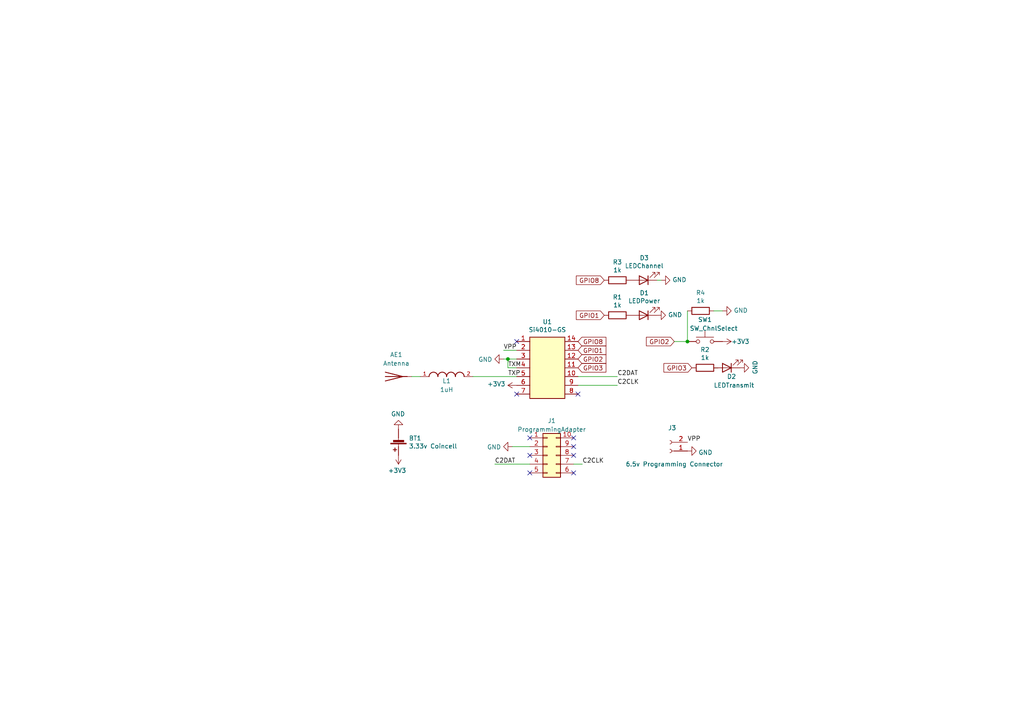
<source format=kicad_sch>
(kicad_sch (version 20211123) (generator eeschema)

  (uuid 87b4533d-84d5-4043-9502-dd873172b48d)

  (paper "A4")

  (lib_symbols
    (symbol "Connector:Conn_01x02_Female" (pin_names (offset 1.016) hide) (in_bom yes) (on_board yes)
      (property "Reference" "J" (id 0) (at 0 2.54 0)
        (effects (font (size 1.27 1.27)))
      )
      (property "Value" "Conn_01x02_Female" (id 1) (at 0 -5.08 0)
        (effects (font (size 1.27 1.27)))
      )
      (property "Footprint" "" (id 2) (at 0 0 0)
        (effects (font (size 1.27 1.27)) hide)
      )
      (property "Datasheet" "~" (id 3) (at 0 0 0)
        (effects (font (size 1.27 1.27)) hide)
      )
      (property "ki_keywords" "connector" (id 4) (at 0 0 0)
        (effects (font (size 1.27 1.27)) hide)
      )
      (property "ki_description" "Generic connector, single row, 01x02, script generated (kicad-library-utils/schlib/autogen/connector/)" (id 5) (at 0 0 0)
        (effects (font (size 1.27 1.27)) hide)
      )
      (property "ki_fp_filters" "Connector*:*_1x??_*" (id 6) (at 0 0 0)
        (effects (font (size 1.27 1.27)) hide)
      )
      (symbol "Conn_01x02_Female_1_1"
        (arc (start 0 -2.032) (mid -0.508 -2.54) (end 0 -3.048)
          (stroke (width 0.1524) (type default) (color 0 0 0 0))
          (fill (type none))
        )
        (polyline
          (pts
            (xy -1.27 -2.54)
            (xy -0.508 -2.54)
          )
          (stroke (width 0.1524) (type default) (color 0 0 0 0))
          (fill (type none))
        )
        (polyline
          (pts
            (xy -1.27 0)
            (xy -0.508 0)
          )
          (stroke (width 0.1524) (type default) (color 0 0 0 0))
          (fill (type none))
        )
        (arc (start 0 0.508) (mid -0.508 0) (end 0 -0.508)
          (stroke (width 0.1524) (type default) (color 0 0 0 0))
          (fill (type none))
        )
        (pin passive line (at -5.08 0 0) (length 3.81)
          (name "Pin_1" (effects (font (size 1.27 1.27))))
          (number "1" (effects (font (size 1.27 1.27))))
        )
        (pin passive line (at -5.08 -2.54 0) (length 3.81)
          (name "Pin_2" (effects (font (size 1.27 1.27))))
          (number "2" (effects (font (size 1.27 1.27))))
        )
      )
    )
    (symbol "Connector_Generic:Conn_02x05_Counter_Clockwise" (pin_names (offset 1.016) hide) (in_bom yes) (on_board yes)
      (property "Reference" "J" (id 0) (at 1.27 7.62 0)
        (effects (font (size 1.27 1.27)))
      )
      (property "Value" "Conn_02x05_Counter_Clockwise" (id 1) (at 1.27 -7.62 0)
        (effects (font (size 1.27 1.27)))
      )
      (property "Footprint" "" (id 2) (at 0 0 0)
        (effects (font (size 1.27 1.27)) hide)
      )
      (property "Datasheet" "~" (id 3) (at 0 0 0)
        (effects (font (size 1.27 1.27)) hide)
      )
      (property "ki_keywords" "connector" (id 4) (at 0 0 0)
        (effects (font (size 1.27 1.27)) hide)
      )
      (property "ki_description" "Generic connector, double row, 02x05, counter clockwise pin numbering scheme (similar to DIP packge numbering), script generated (kicad-library-utils/schlib/autogen/connector/)" (id 5) (at 0 0 0)
        (effects (font (size 1.27 1.27)) hide)
      )
      (property "ki_fp_filters" "Connector*:*_2x??_*" (id 6) (at 0 0 0)
        (effects (font (size 1.27 1.27)) hide)
      )
      (symbol "Conn_02x05_Counter_Clockwise_1_1"
        (rectangle (start -1.27 -4.953) (end 0 -5.207)
          (stroke (width 0.1524) (type default) (color 0 0 0 0))
          (fill (type none))
        )
        (rectangle (start -1.27 -2.413) (end 0 -2.667)
          (stroke (width 0.1524) (type default) (color 0 0 0 0))
          (fill (type none))
        )
        (rectangle (start -1.27 0.127) (end 0 -0.127)
          (stroke (width 0.1524) (type default) (color 0 0 0 0))
          (fill (type none))
        )
        (rectangle (start -1.27 2.667) (end 0 2.413)
          (stroke (width 0.1524) (type default) (color 0 0 0 0))
          (fill (type none))
        )
        (rectangle (start -1.27 5.207) (end 0 4.953)
          (stroke (width 0.1524) (type default) (color 0 0 0 0))
          (fill (type none))
        )
        (rectangle (start -1.27 6.35) (end 3.81 -6.35)
          (stroke (width 0.254) (type default) (color 0 0 0 0))
          (fill (type background))
        )
        (rectangle (start 3.81 -4.953) (end 2.54 -5.207)
          (stroke (width 0.1524) (type default) (color 0 0 0 0))
          (fill (type none))
        )
        (rectangle (start 3.81 -2.413) (end 2.54 -2.667)
          (stroke (width 0.1524) (type default) (color 0 0 0 0))
          (fill (type none))
        )
        (rectangle (start 3.81 0.127) (end 2.54 -0.127)
          (stroke (width 0.1524) (type default) (color 0 0 0 0))
          (fill (type none))
        )
        (rectangle (start 3.81 2.667) (end 2.54 2.413)
          (stroke (width 0.1524) (type default) (color 0 0 0 0))
          (fill (type none))
        )
        (rectangle (start 3.81 5.207) (end 2.54 4.953)
          (stroke (width 0.1524) (type default) (color 0 0 0 0))
          (fill (type none))
        )
        (pin passive line (at -5.08 5.08 0) (length 3.81)
          (name "Pin_1" (effects (font (size 1.27 1.27))))
          (number "1" (effects (font (size 1.27 1.27))))
        )
        (pin passive line (at 7.62 5.08 180) (length 3.81)
          (name "Pin_10" (effects (font (size 1.27 1.27))))
          (number "10" (effects (font (size 1.27 1.27))))
        )
        (pin passive line (at -5.08 2.54 0) (length 3.81)
          (name "Pin_2" (effects (font (size 1.27 1.27))))
          (number "2" (effects (font (size 1.27 1.27))))
        )
        (pin passive line (at -5.08 0 0) (length 3.81)
          (name "Pin_3" (effects (font (size 1.27 1.27))))
          (number "3" (effects (font (size 1.27 1.27))))
        )
        (pin passive line (at -5.08 -2.54 0) (length 3.81)
          (name "Pin_4" (effects (font (size 1.27 1.27))))
          (number "4" (effects (font (size 1.27 1.27))))
        )
        (pin passive line (at -5.08 -5.08 0) (length 3.81)
          (name "Pin_5" (effects (font (size 1.27 1.27))))
          (number "5" (effects (font (size 1.27 1.27))))
        )
        (pin passive line (at 7.62 -5.08 180) (length 3.81)
          (name "Pin_6" (effects (font (size 1.27 1.27))))
          (number "6" (effects (font (size 1.27 1.27))))
        )
        (pin passive line (at 7.62 -2.54 180) (length 3.81)
          (name "Pin_7" (effects (font (size 1.27 1.27))))
          (number "7" (effects (font (size 1.27 1.27))))
        )
        (pin passive line (at 7.62 0 180) (length 3.81)
          (name "Pin_8" (effects (font (size 1.27 1.27))))
          (number "8" (effects (font (size 1.27 1.27))))
        )
        (pin passive line (at 7.62 2.54 180) (length 3.81)
          (name "Pin_9" (effects (font (size 1.27 1.27))))
          (number "9" (effects (font (size 1.27 1.27))))
        )
      )
    )
    (symbol "DFE201610E-1R0M_P2:DFE201610E-1R0M=P2" (pin_names (offset 1.016)) (in_bom yes) (on_board yes)
      (property "Reference" "L" (id 0) (at -7.62 5.08 0)
        (effects (font (size 1.27 1.27)) (justify left bottom))
      )
      (property "Value" "DFE201610E-1R0M=P2" (id 1) (at -7.62 2.54 0)
        (effects (font (size 1.27 1.27)) (justify left bottom))
      )
      (property "Footprint" "INDC2016X100N" (id 2) (at 0 0 0)
        (effects (font (size 1.27 1.27)) (justify bottom) hide)
      )
      (property "Datasheet" "" (id 3) (at 0 0 0)
        (effects (font (size 1.27 1.27)) hide)
      )
      (symbol "DFE201610E-1R0M=P2_0_0"
        (arc (start -2.54 0) (mid -3.81 1.27) (end -5.08 0)
          (stroke (width 0.254) (type default) (color 0 0 0 0))
          (fill (type none))
        )
        (arc (start 0 0) (mid -1.27 1.27) (end -2.54 0)
          (stroke (width 0.254) (type default) (color 0 0 0 0))
          (fill (type none))
        )
        (arc (start 2.54 0) (mid 1.27 1.27) (end 0 0)
          (stroke (width 0.254) (type default) (color 0 0 0 0))
          (fill (type none))
        )
        (arc (start 5.08 0) (mid 3.81 1.27) (end 2.54 0)
          (stroke (width 0.254) (type default) (color 0 0 0 0))
          (fill (type none))
        )
        (pin passive line (at -7.62 0 0) (length 2.54)
          (name "~" (effects (font (size 1.016 1.016))))
          (number "1" (effects (font (size 1.016 1.016))))
        )
        (pin passive line (at 7.62 0 180) (length 2.54)
          (name "~" (effects (font (size 1.016 1.016))))
          (number "2" (effects (font (size 1.016 1.016))))
        )
      )
    )
    (symbol "Device:Antenna" (pin_numbers hide) (pin_names (offset 1.016) hide) (in_bom yes) (on_board yes)
      (property "Reference" "AE" (id 0) (at -1.905 1.905 0)
        (effects (font (size 1.27 1.27)) (justify right))
      )
      (property "Value" "Antenna" (id 1) (at -1.905 0 0)
        (effects (font (size 1.27 1.27)) (justify right))
      )
      (property "Footprint" "" (id 2) (at 0 0 0)
        (effects (font (size 1.27 1.27)) hide)
      )
      (property "Datasheet" "~" (id 3) (at 0 0 0)
        (effects (font (size 1.27 1.27)) hide)
      )
      (property "ki_keywords" "antenna" (id 4) (at 0 0 0)
        (effects (font (size 1.27 1.27)) hide)
      )
      (property "ki_description" "Antenna" (id 5) (at 0 0 0)
        (effects (font (size 1.27 1.27)) hide)
      )
      (symbol "Antenna_0_1"
        (polyline
          (pts
            (xy 0 2.54)
            (xy 0 -3.81)
          )
          (stroke (width 0.254) (type default) (color 0 0 0 0))
          (fill (type none))
        )
        (polyline
          (pts
            (xy 1.27 2.54)
            (xy 0 -2.54)
            (xy -1.27 2.54)
          )
          (stroke (width 0.254) (type default) (color 0 0 0 0))
          (fill (type none))
        )
      )
      (symbol "Antenna_1_1"
        (pin input line (at 0 -5.08 90) (length 2.54)
          (name "A" (effects (font (size 1.27 1.27))))
          (number "1" (effects (font (size 1.27 1.27))))
        )
      )
    )
    (symbol "Device:Battery_Cell" (pin_numbers hide) (pin_names (offset 0) hide) (in_bom yes) (on_board yes)
      (property "Reference" "BT" (id 0) (at 2.54 2.54 0)
        (effects (font (size 1.27 1.27)) (justify left))
      )
      (property "Value" "Battery_Cell" (id 1) (at 2.54 0 0)
        (effects (font (size 1.27 1.27)) (justify left))
      )
      (property "Footprint" "" (id 2) (at 0 1.524 90)
        (effects (font (size 1.27 1.27)) hide)
      )
      (property "Datasheet" "~" (id 3) (at 0 1.524 90)
        (effects (font (size 1.27 1.27)) hide)
      )
      (property "ki_keywords" "battery cell" (id 4) (at 0 0 0)
        (effects (font (size 1.27 1.27)) hide)
      )
      (property "ki_description" "Single-cell battery" (id 5) (at 0 0 0)
        (effects (font (size 1.27 1.27)) hide)
      )
      (symbol "Battery_Cell_0_1"
        (rectangle (start -2.286 1.778) (end 2.286 1.524)
          (stroke (width 0) (type default) (color 0 0 0 0))
          (fill (type outline))
        )
        (rectangle (start -1.5748 1.1938) (end 1.4732 0.6858)
          (stroke (width 0) (type default) (color 0 0 0 0))
          (fill (type outline))
        )
        (polyline
          (pts
            (xy 0 0.762)
            (xy 0 0)
          )
          (stroke (width 0) (type default) (color 0 0 0 0))
          (fill (type none))
        )
        (polyline
          (pts
            (xy 0 1.778)
            (xy 0 2.54)
          )
          (stroke (width 0) (type default) (color 0 0 0 0))
          (fill (type none))
        )
        (polyline
          (pts
            (xy 0.508 3.429)
            (xy 1.524 3.429)
          )
          (stroke (width 0.254) (type default) (color 0 0 0 0))
          (fill (type none))
        )
        (polyline
          (pts
            (xy 1.016 3.937)
            (xy 1.016 2.921)
          )
          (stroke (width 0.254) (type default) (color 0 0 0 0))
          (fill (type none))
        )
      )
      (symbol "Battery_Cell_1_1"
        (pin passive line (at 0 5.08 270) (length 2.54)
          (name "+" (effects (font (size 1.27 1.27))))
          (number "1" (effects (font (size 1.27 1.27))))
        )
        (pin passive line (at 0 -2.54 90) (length 2.54)
          (name "-" (effects (font (size 1.27 1.27))))
          (number "2" (effects (font (size 1.27 1.27))))
        )
      )
    )
    (symbol "Device:LED" (pin_numbers hide) (pin_names (offset 1.016) hide) (in_bom yes) (on_board yes)
      (property "Reference" "D" (id 0) (at 0 2.54 0)
        (effects (font (size 1.27 1.27)))
      )
      (property "Value" "LED" (id 1) (at 0 -2.54 0)
        (effects (font (size 1.27 1.27)))
      )
      (property "Footprint" "" (id 2) (at 0 0 0)
        (effects (font (size 1.27 1.27)) hide)
      )
      (property "Datasheet" "~" (id 3) (at 0 0 0)
        (effects (font (size 1.27 1.27)) hide)
      )
      (property "ki_keywords" "LED diode" (id 4) (at 0 0 0)
        (effects (font (size 1.27 1.27)) hide)
      )
      (property "ki_description" "Light emitting diode" (id 5) (at 0 0 0)
        (effects (font (size 1.27 1.27)) hide)
      )
      (property "ki_fp_filters" "LED* LED_SMD:* LED_THT:*" (id 6) (at 0 0 0)
        (effects (font (size 1.27 1.27)) hide)
      )
      (symbol "LED_0_1"
        (polyline
          (pts
            (xy -1.27 -1.27)
            (xy -1.27 1.27)
          )
          (stroke (width 0.254) (type default) (color 0 0 0 0))
          (fill (type none))
        )
        (polyline
          (pts
            (xy -1.27 0)
            (xy 1.27 0)
          )
          (stroke (width 0) (type default) (color 0 0 0 0))
          (fill (type none))
        )
        (polyline
          (pts
            (xy 1.27 -1.27)
            (xy 1.27 1.27)
            (xy -1.27 0)
            (xy 1.27 -1.27)
          )
          (stroke (width 0.254) (type default) (color 0 0 0 0))
          (fill (type none))
        )
        (polyline
          (pts
            (xy -3.048 -0.762)
            (xy -4.572 -2.286)
            (xy -3.81 -2.286)
            (xy -4.572 -2.286)
            (xy -4.572 -1.524)
          )
          (stroke (width 0) (type default) (color 0 0 0 0))
          (fill (type none))
        )
        (polyline
          (pts
            (xy -1.778 -0.762)
            (xy -3.302 -2.286)
            (xy -2.54 -2.286)
            (xy -3.302 -2.286)
            (xy -3.302 -1.524)
          )
          (stroke (width 0) (type default) (color 0 0 0 0))
          (fill (type none))
        )
      )
      (symbol "LED_1_1"
        (pin passive line (at -3.81 0 0) (length 2.54)
          (name "K" (effects (font (size 1.27 1.27))))
          (number "1" (effects (font (size 1.27 1.27))))
        )
        (pin passive line (at 3.81 0 180) (length 2.54)
          (name "A" (effects (font (size 1.27 1.27))))
          (number "2" (effects (font (size 1.27 1.27))))
        )
      )
    )
    (symbol "Device:R" (pin_numbers hide) (pin_names (offset 0)) (in_bom yes) (on_board yes)
      (property "Reference" "R" (id 0) (at 2.032 0 90)
        (effects (font (size 1.27 1.27)))
      )
      (property "Value" "R" (id 1) (at 0 0 90)
        (effects (font (size 1.27 1.27)))
      )
      (property "Footprint" "" (id 2) (at -1.778 0 90)
        (effects (font (size 1.27 1.27)) hide)
      )
      (property "Datasheet" "~" (id 3) (at 0 0 0)
        (effects (font (size 1.27 1.27)) hide)
      )
      (property "ki_keywords" "R res resistor" (id 4) (at 0 0 0)
        (effects (font (size 1.27 1.27)) hide)
      )
      (property "ki_description" "Resistor" (id 5) (at 0 0 0)
        (effects (font (size 1.27 1.27)) hide)
      )
      (property "ki_fp_filters" "R_*" (id 6) (at 0 0 0)
        (effects (font (size 1.27 1.27)) hide)
      )
      (symbol "R_0_1"
        (rectangle (start -1.016 -2.54) (end 1.016 2.54)
          (stroke (width 0.254) (type default) (color 0 0 0 0))
          (fill (type none))
        )
      )
      (symbol "R_1_1"
        (pin passive line (at 0 3.81 270) (length 1.27)
          (name "~" (effects (font (size 1.27 1.27))))
          (number "1" (effects (font (size 1.27 1.27))))
        )
        (pin passive line (at 0 -3.81 90) (length 1.27)
          (name "~" (effects (font (size 1.27 1.27))))
          (number "2" (effects (font (size 1.27 1.27))))
        )
      )
    )
    (symbol "IC_Generic:IC14" (in_bom yes) (on_board yes)
      (property "Reference" "U" (id 0) (at -5.08 10.16 0)
        (effects (font (size 1.27 1.27)))
      )
      (property "Value" "IC14" (id 1) (at -5.08 -10.16 0)
        (effects (font (size 1.27 1.27)))
      )
      (property "Footprint" "" (id 2) (at 0 0 0)
        (effects (font (size 1.27 1.27)) hide)
      )
      (property "Datasheet" "" (id 3) (at 0 0 0)
        (effects (font (size 1.27 1.27)) hide)
      )
      (property "ki_fp_filters" "DIP*14* SO*14* TSS*14*" (id 4) (at 0 0 0)
        (effects (font (size 1.27 1.27)) hide)
      )
      (symbol "IC14_1_1"
        (rectangle (start -5.08 8.89) (end 5.08 -8.89)
          (stroke (width 0.254) (type default) (color 0 0 0 0))
          (fill (type background))
        )
        (pin passive line (at -8.89 7.62 0) (length 3.81)
          (name "~" (effects (font (size 1.27 1.27))))
          (number "1" (effects (font (size 1.27 1.27))))
        )
        (pin passive line (at 8.89 -2.54 180) (length 3.81)
          (name "~" (effects (font (size 1.27 1.27))))
          (number "10" (effects (font (size 1.27 1.27))))
        )
        (pin passive line (at 8.89 0 180) (length 3.81)
          (name "~" (effects (font (size 1.27 1.27))))
          (number "11" (effects (font (size 1.27 1.27))))
        )
        (pin passive line (at 8.89 2.54 180) (length 3.81)
          (name "~" (effects (font (size 1.27 1.27))))
          (number "12" (effects (font (size 1.27 1.27))))
        )
        (pin passive line (at 8.89 5.08 180) (length 3.81)
          (name "~" (effects (font (size 1.27 1.27))))
          (number "13" (effects (font (size 1.27 1.27))))
        )
        (pin passive line (at 8.89 7.62 180) (length 3.81)
          (name "~" (effects (font (size 1.27 1.27))))
          (number "14" (effects (font (size 1.27 1.27))))
        )
        (pin passive line (at -8.89 5.08 0) (length 3.81)
          (name "~" (effects (font (size 1.27 1.27))))
          (number "2" (effects (font (size 1.27 1.27))))
        )
        (pin passive line (at -8.89 2.54 0) (length 3.81)
          (name "~" (effects (font (size 1.27 1.27))))
          (number "3" (effects (font (size 1.27 1.27))))
        )
        (pin passive line (at -8.89 0 0) (length 3.81)
          (name "~" (effects (font (size 1.27 1.27))))
          (number "4" (effects (font (size 1.27 1.27))))
        )
        (pin passive line (at -8.89 -2.54 0) (length 3.81)
          (name "~" (effects (font (size 1.27 1.27))))
          (number "5" (effects (font (size 1.27 1.27))))
        )
        (pin passive line (at -8.89 -5.08 0) (length 3.81)
          (name "~" (effects (font (size 1.27 1.27))))
          (number "6" (effects (font (size 1.27 1.27))))
        )
        (pin passive line (at -8.89 -7.62 0) (length 3.81)
          (name "~" (effects (font (size 1.27 1.27))))
          (number "7" (effects (font (size 1.27 1.27))))
        )
        (pin passive line (at 8.89 -7.62 180) (length 3.81)
          (name "~" (effects (font (size 1.27 1.27))))
          (number "8" (effects (font (size 1.27 1.27))))
        )
        (pin passive line (at 8.89 -5.08 180) (length 3.81)
          (name "~" (effects (font (size 1.27 1.27))))
          (number "9" (effects (font (size 1.27 1.27))))
        )
      )
    )
    (symbol "Switch:SW_Push" (pin_numbers hide) (pin_names (offset 1.016) hide) (in_bom yes) (on_board yes)
      (property "Reference" "SW" (id 0) (at 1.27 2.54 0)
        (effects (font (size 1.27 1.27)) (justify left))
      )
      (property "Value" "SW_Push" (id 1) (at 0 -1.524 0)
        (effects (font (size 1.27 1.27)))
      )
      (property "Footprint" "" (id 2) (at 0 5.08 0)
        (effects (font (size 1.27 1.27)) hide)
      )
      (property "Datasheet" "~" (id 3) (at 0 5.08 0)
        (effects (font (size 1.27 1.27)) hide)
      )
      (property "ki_keywords" "switch normally-open pushbutton push-button" (id 4) (at 0 0 0)
        (effects (font (size 1.27 1.27)) hide)
      )
      (property "ki_description" "Push button switch, generic, two pins" (id 5) (at 0 0 0)
        (effects (font (size 1.27 1.27)) hide)
      )
      (symbol "SW_Push_0_1"
        (circle (center -2.032 0) (radius 0.508)
          (stroke (width 0) (type default) (color 0 0 0 0))
          (fill (type none))
        )
        (polyline
          (pts
            (xy 0 1.27)
            (xy 0 3.048)
          )
          (stroke (width 0) (type default) (color 0 0 0 0))
          (fill (type none))
        )
        (polyline
          (pts
            (xy 2.54 1.27)
            (xy -2.54 1.27)
          )
          (stroke (width 0) (type default) (color 0 0 0 0))
          (fill (type none))
        )
        (circle (center 2.032 0) (radius 0.508)
          (stroke (width 0) (type default) (color 0 0 0 0))
          (fill (type none))
        )
        (pin passive line (at -5.08 0 0) (length 2.54)
          (name "1" (effects (font (size 1.27 1.27))))
          (number "1" (effects (font (size 1.27 1.27))))
        )
        (pin passive line (at 5.08 0 180) (length 2.54)
          (name "2" (effects (font (size 1.27 1.27))))
          (number "2" (effects (font (size 1.27 1.27))))
        )
      )
    )
    (symbol "power:+3.3V" (power) (pin_names (offset 0)) (in_bom yes) (on_board yes)
      (property "Reference" "#PWR" (id 0) (at 0 -3.81 0)
        (effects (font (size 1.27 1.27)) hide)
      )
      (property "Value" "+3.3V" (id 1) (at 0 3.556 0)
        (effects (font (size 1.27 1.27)))
      )
      (property "Footprint" "" (id 2) (at 0 0 0)
        (effects (font (size 1.27 1.27)) hide)
      )
      (property "Datasheet" "" (id 3) (at 0 0 0)
        (effects (font (size 1.27 1.27)) hide)
      )
      (property "ki_keywords" "power-flag" (id 4) (at 0 0 0)
        (effects (font (size 1.27 1.27)) hide)
      )
      (property "ki_description" "Power symbol creates a global label with name \"+3.3V\"" (id 5) (at 0 0 0)
        (effects (font (size 1.27 1.27)) hide)
      )
      (symbol "+3.3V_0_1"
        (polyline
          (pts
            (xy -0.762 1.27)
            (xy 0 2.54)
          )
          (stroke (width 0) (type default) (color 0 0 0 0))
          (fill (type none))
        )
        (polyline
          (pts
            (xy 0 0)
            (xy 0 2.54)
          )
          (stroke (width 0) (type default) (color 0 0 0 0))
          (fill (type none))
        )
        (polyline
          (pts
            (xy 0 2.54)
            (xy 0.762 1.27)
          )
          (stroke (width 0) (type default) (color 0 0 0 0))
          (fill (type none))
        )
      )
      (symbol "+3.3V_1_1"
        (pin power_in line (at 0 0 90) (length 0) hide
          (name "+3V3" (effects (font (size 1.27 1.27))))
          (number "1" (effects (font (size 1.27 1.27))))
        )
      )
    )
    (symbol "power:GND" (power) (pin_names (offset 0)) (in_bom yes) (on_board yes)
      (property "Reference" "#PWR" (id 0) (at 0 -6.35 0)
        (effects (font (size 1.27 1.27)) hide)
      )
      (property "Value" "GND" (id 1) (at 0 -3.81 0)
        (effects (font (size 1.27 1.27)))
      )
      (property "Footprint" "" (id 2) (at 0 0 0)
        (effects (font (size 1.27 1.27)) hide)
      )
      (property "Datasheet" "" (id 3) (at 0 0 0)
        (effects (font (size 1.27 1.27)) hide)
      )
      (property "ki_keywords" "power-flag" (id 4) (at 0 0 0)
        (effects (font (size 1.27 1.27)) hide)
      )
      (property "ki_description" "Power symbol creates a global label with name \"GND\" , ground" (id 5) (at 0 0 0)
        (effects (font (size 1.27 1.27)) hide)
      )
      (symbol "GND_0_1"
        (polyline
          (pts
            (xy 0 0)
            (xy 0 -1.27)
            (xy 1.27 -1.27)
            (xy 0 -2.54)
            (xy -1.27 -1.27)
            (xy 0 -1.27)
          )
          (stroke (width 0) (type default) (color 0 0 0 0))
          (fill (type none))
        )
      )
      (symbol "GND_1_1"
        (pin power_in line (at 0 0 270) (length 0) hide
          (name "GND" (effects (font (size 1.27 1.27))))
          (number "1" (effects (font (size 1.27 1.27))))
        )
      )
    )
  )

  (junction (at 199.39 99.06) (diameter 0) (color 0 0 0 0)
    (uuid dc9adfae-537c-4cfa-bc23-a703ec973f73)
  )
  (junction (at 147.32 104.14) (diameter 0) (color 0 0 0 0)
    (uuid e8264f2c-917f-46ed-85c1-8be416c574ff)
  )

  (no_connect (at 166.37 129.54) (uuid 5a604df7-c4e1-4a73-a3fd-2f99d468bb2b))
  (no_connect (at 166.37 127) (uuid 5d5a4565-88c0-4a75-b93a-8c7732b7c989))
  (no_connect (at 153.67 127) (uuid 5d5a4565-88c0-4a75-b93a-8c7732b7c98a))
  (no_connect (at 167.64 114.3) (uuid 6465e3f7-e69f-4541-878e-896d89617867))
  (no_connect (at 149.86 114.3) (uuid 6d4a2cac-4cd7-4644-bc5d-cb7a21b5fad8))
  (no_connect (at 166.37 132.08) (uuid b6224e27-34d2-4cd0-8a49-a40629e0ed62))
  (no_connect (at 166.37 137.16) (uuid b6224e27-34d2-4cd0-8a49-a40629e0ed63))
  (no_connect (at 153.67 132.08) (uuid b6224e27-34d2-4cd0-8a49-a40629e0ed64))
  (no_connect (at 153.67 137.16) (uuid b6224e27-34d2-4cd0-8a49-a40629e0ed65))
  (no_connect (at 149.86 99.06) (uuid d8db0f3a-e565-49aa-9b49-d812488cdda4))

  (wire (pts (xy 149.86 106.68) (xy 147.32 106.68))
    (stroke (width 0) (type default) (color 0 0 0 0))
    (uuid 037631f5-772a-4c44-8389-c6a71850486f)
  )
  (wire (pts (xy 167.64 109.22) (xy 179.07 109.22))
    (stroke (width 0) (type default) (color 0 0 0 0))
    (uuid 17cc8364-9271-48f2-bc62-21a88814aac4)
  )
  (wire (pts (xy 207.01 106.68) (xy 208.28 106.68))
    (stroke (width 0) (type default) (color 0 0 0 0))
    (uuid 2953308c-d07c-4ba5-bcda-5d5f3257610e)
  )
  (wire (pts (xy 146.05 104.14) (xy 147.32 104.14))
    (stroke (width 0) (type default) (color 0 0 0 0))
    (uuid 36ad6da2-4e1d-4fdb-aaae-d25524b8285b)
  )
  (wire (pts (xy 147.32 104.14) (xy 149.86 104.14))
    (stroke (width 0) (type default) (color 0 0 0 0))
    (uuid 396ea7dd-dae7-4784-9897-f647374d0efe)
  )
  (wire (pts (xy 168.91 134.62) (xy 166.37 134.62))
    (stroke (width 0) (type default) (color 0 0 0 0))
    (uuid 483dacb3-a679-40e6-8a9c-ed0a34dd2060)
  )
  (wire (pts (xy 149.86 101.6) (xy 146.05 101.6))
    (stroke (width 0) (type default) (color 0 0 0 0))
    (uuid 528edd1e-c735-439f-aca7-255acbcd5637)
  )
  (wire (pts (xy 147.32 106.68) (xy 147.32 104.14))
    (stroke (width 0) (type default) (color 0 0 0 0))
    (uuid 7d70c728-5128-4d36-b297-6d2be785ad0d)
  )
  (wire (pts (xy 148.59 129.54) (xy 153.67 129.54))
    (stroke (width 0) (type default) (color 0 0 0 0))
    (uuid 8291bc32-fe9e-4dd6-ac7a-01a2dfd929f3)
  )
  (wire (pts (xy 207.01 90.17) (xy 209.55 90.17))
    (stroke (width 0) (type default) (color 0 0 0 0))
    (uuid a0ebd61b-5c01-4137-b7b1-530b43618278)
  )
  (wire (pts (xy 199.39 90.17) (xy 199.39 99.06))
    (stroke (width 0) (type default) (color 0 0 0 0))
    (uuid bcc1de6f-e3ea-4d1d-8607-ae1570d7b6cc)
  )
  (wire (pts (xy 143.51 134.62) (xy 153.67 134.62))
    (stroke (width 0) (type default) (color 0 0 0 0))
    (uuid c22e9312-898b-4b10-9ea4-fcfb7d336086)
  )
  (wire (pts (xy 167.64 111.76) (xy 179.07 111.76))
    (stroke (width 0) (type default) (color 0 0 0 0))
    (uuid cc4397cd-b944-4fdc-8e89-d8f87e0ba38f)
  )
  (wire (pts (xy 191.77 81.28) (xy 190.5 81.28))
    (stroke (width 0) (type default) (color 0 0 0 0))
    (uuid d4b20507-0efb-47a1-9344-883322690de3)
  )
  (wire (pts (xy 137.16 109.22) (xy 149.86 109.22))
    (stroke (width 0) (type default) (color 0 0 0 0))
    (uuid ddf98929-85bb-45ae-af4f-125538bcf78c)
  )
  (wire (pts (xy 195.58 99.06) (xy 199.39 99.06))
    (stroke (width 0) (type default) (color 0 0 0 0))
    (uuid f037051e-8cd9-4917-82aa-e5b95d510f60)
  )
  (wire (pts (xy 121.92 109.22) (xy 119.38 109.22))
    (stroke (width 0) (type default) (color 0 0 0 0))
    (uuid fb5fe364-6df1-459d-9b27-b36584d74f5f)
  )

  (label "C2DAT" (at 179.07 109.22 0)
    (effects (font (size 1.27 1.27)) (justify left bottom))
    (uuid 09ec4c86-6ee8-4f39-bd80-e297ceec9849)
  )
  (label "C2CLK" (at 179.07 111.76 0)
    (effects (font (size 1.27 1.27)) (justify left bottom))
    (uuid 59fbeb71-0b8b-4dfe-9b23-16d66b002696)
  )
  (label "TXM" (at 147.32 106.68 0)
    (effects (font (size 1.27 1.27)) (justify left bottom))
    (uuid 63815525-437c-454d-bf81-dde5704102e0)
  )
  (label "VPP" (at 146.05 101.6 0)
    (effects (font (size 1.27 1.27)) (justify left bottom))
    (uuid 65d747da-03ab-4831-aa87-05100f6a68c4)
  )
  (label "C2CLK" (at 168.91 134.62 0)
    (effects (font (size 1.27 1.27)) (justify left bottom))
    (uuid 7bcd5786-1de3-48c3-ada2-883e51a71a35)
  )
  (label "VPP" (at 199.39 128.27 0)
    (effects (font (size 1.27 1.27)) (justify left bottom))
    (uuid e4060fc8-791c-4364-83d4-0810636e9f68)
  )
  (label "C2DAT" (at 143.51 134.62 0)
    (effects (font (size 1.27 1.27)) (justify left bottom))
    (uuid eecf6cef-c047-421b-9bca-7511352d9a24)
  )
  (label "TXP" (at 147.32 109.22 0)
    (effects (font (size 1.27 1.27)) (justify left bottom))
    (uuid f0bec760-ade4-4d2a-b880-b9e9789c1de1)
  )

  (global_label "GPIO8" (shape input) (at 167.64 99.06 0) (fields_autoplaced)
    (effects (font (size 1.27 1.27)) (justify left))
    (uuid 088cf8bc-1fc3-48d0-86d4-334f76d9df58)
    (property "Intersheet References" "${INTERSHEET_REFS}" (id 0) (at 175.649 98.9806 0)
      (effects (font (size 1.27 1.27)) (justify left) hide)
    )
  )
  (global_label "GPIO2" (shape input) (at 167.64 104.14 0) (fields_autoplaced)
    (effects (font (size 1.27 1.27)) (justify left))
    (uuid 14dc01a2-6731-4155-94d7-1154804c8ae3)
    (property "Intersheet References" "${INTERSHEET_REFS}" (id 0) (at 175.649 104.0606 0)
      (effects (font (size 1.27 1.27)) (justify left) hide)
    )
  )
  (global_label "GPIO3" (shape input) (at 200.66 106.68 180) (fields_autoplaced)
    (effects (font (size 1.27 1.27)) (justify right))
    (uuid 2f5246d7-64b5-4dfb-9701-07bf0aa69949)
    (property "Intersheet References" "${INTERSHEET_REFS}" (id 0) (at 192.651 106.6006 0)
      (effects (font (size 1.27 1.27)) (justify right) hide)
    )
  )
  (global_label "GPIO2" (shape input) (at 195.58 99.06 180) (fields_autoplaced)
    (effects (font (size 1.27 1.27)) (justify right))
    (uuid 31d1375b-9081-4c12-8aea-79e8d1d6d55d)
    (property "Intersheet References" "${INTERSHEET_REFS}" (id 0) (at 187.571 98.9806 0)
      (effects (font (size 1.27 1.27)) (justify right) hide)
    )
  )
  (global_label "GPIO1" (shape input) (at 167.64 101.6 0) (fields_autoplaced)
    (effects (font (size 1.27 1.27)) (justify left))
    (uuid 500f5dbb-5be8-4696-94df-5ea2ec003951)
    (property "Intersheet References" "${INTERSHEET_REFS}" (id 0) (at 175.649 101.5206 0)
      (effects (font (size 1.27 1.27)) (justify left) hide)
    )
  )
  (global_label "GPIO8" (shape input) (at 175.26 81.28 180) (fields_autoplaced)
    (effects (font (size 1.27 1.27)) (justify right))
    (uuid a2616f53-b4cf-4fd1-bdb7-e20af7dc6b6e)
    (property "Intersheet References" "${INTERSHEET_REFS}" (id 0) (at 167.251 81.2006 0)
      (effects (font (size 1.27 1.27)) (justify right) hide)
    )
  )
  (global_label "GPIO1" (shape input) (at 175.26 91.44 180) (fields_autoplaced)
    (effects (font (size 1.27 1.27)) (justify right))
    (uuid acd5a6fd-5d4d-49d2-9cbf-430c289bbefb)
    (property "Intersheet References" "${INTERSHEET_REFS}" (id 0) (at 167.251 91.3606 0)
      (effects (font (size 1.27 1.27)) (justify right) hide)
    )
  )
  (global_label "GPIO3" (shape input) (at 167.64 106.68 0) (fields_autoplaced)
    (effects (font (size 1.27 1.27)) (justify left))
    (uuid e28b257f-09cb-415f-8207-4c4c0ed4613a)
    (property "Intersheet References" "${INTERSHEET_REFS}" (id 0) (at 175.649 106.6006 0)
      (effects (font (size 1.27 1.27)) (justify left) hide)
    )
  )

  (symbol (lib_id "IC_Generic:IC14") (at 158.75 106.68 0) (unit 1)
    (in_bom yes) (on_board yes)
    (uuid 00000000-0000-0000-0000-000062758f0c)
    (property "Reference" "U1" (id 0) (at 158.75 93.345 0))
    (property "Value" "Si4010-GS" (id 1) (at 158.75 95.6564 0))
    (property "Footprint" "Package_SO:SOIC-14_3.9x8.7mm_P1.27mm" (id 2) (at 158.75 106.68 0)
      (effects (font (size 1.27 1.27)) hide)
    )
    (property "Datasheet" "" (id 3) (at 158.75 106.68 0)
      (effects (font (size 1.27 1.27)) hide)
    )
    (pin "1" (uuid 8af43d1f-81fc-4031-a1a2-b00579eb752f))
    (pin "10" (uuid e9752e26-0c57-4b9a-b829-478907bd7486))
    (pin "11" (uuid 75055d67-72b4-49ce-bd87-a7a1314486a7))
    (pin "12" (uuid d648d356-155e-419d-be1d-c3c41081653d))
    (pin "13" (uuid 32ec0425-6408-4bee-bfe2-396a30a5df08))
    (pin "14" (uuid bb478a56-1f2d-4223-834b-72ff01621dc5))
    (pin "2" (uuid 2f1b823b-6932-44fd-9cd2-74bd0b12c99d))
    (pin "3" (uuid f47ca5ec-924e-4925-ac20-2938295e4864))
    (pin "4" (uuid 26562961-6d72-4bbf-a404-c16271028e0f))
    (pin "5" (uuid 35623655-bb92-4f98-bb12-1b8d4444d74c))
    (pin "6" (uuid 6c6bd055-3fc3-42b4-a7fb-1bd6ce957df5))
    (pin "7" (uuid 98cf4cf4-2858-49cd-9c9f-5bf78e5ac260))
    (pin "8" (uuid ad3a8442-54e7-4458-842d-717d914be9c0))
    (pin "9" (uuid 47d3e94e-eeba-4c1b-a9bf-410febd80524))
  )

  (symbol (lib_id "power:GND") (at 146.05 104.14 270) (unit 1)
    (in_bom yes) (on_board yes)
    (uuid 00000000-0000-0000-0000-000062759957)
    (property "Reference" "#PWR0101" (id 0) (at 139.7 104.14 0)
      (effects (font (size 1.27 1.27)) hide)
    )
    (property "Value" "GND" (id 1) (at 142.7988 104.267 90)
      (effects (font (size 1.27 1.27)) (justify right))
    )
    (property "Footprint" "" (id 2) (at 146.05 104.14 0)
      (effects (font (size 1.27 1.27)) hide)
    )
    (property "Datasheet" "" (id 3) (at 146.05 104.14 0)
      (effects (font (size 1.27 1.27)) hide)
    )
    (pin "1" (uuid 0c500b66-c191-4277-9080-e4c2bc67236f))
  )

  (symbol (lib_id "power:+3.3V") (at 149.86 111.76 90) (unit 1)
    (in_bom yes) (on_board yes)
    (uuid 00000000-0000-0000-0000-00006275a193)
    (property "Reference" "#PWR0102" (id 0) (at 153.67 111.76 0)
      (effects (font (size 1.27 1.27)) hide)
    )
    (property "Value" "+3.3V" (id 1) (at 146.6088 111.379 90)
      (effects (font (size 1.27 1.27)) (justify left))
    )
    (property "Footprint" "" (id 2) (at 149.86 111.76 0)
      (effects (font (size 1.27 1.27)) hide)
    )
    (property "Datasheet" "" (id 3) (at 149.86 111.76 0)
      (effects (font (size 1.27 1.27)) hide)
    )
    (pin "1" (uuid 84b3f057-0a19-4161-8572-603f1b5a760c))
  )

  (symbol (lib_id "Device:R") (at 179.07 91.44 270) (unit 1)
    (in_bom yes) (on_board yes)
    (uuid 00000000-0000-0000-0000-00006275aa09)
    (property "Reference" "R1" (id 0) (at 179.07 86.1822 90))
    (property "Value" "1k" (id 1) (at 179.07 88.4936 90))
    (property "Footprint" "Resistor_SMD:R_0805_2012Metric_Pad1.20x1.40mm_HandSolder" (id 2) (at 179.07 89.662 90)
      (effects (font (size 1.27 1.27)) hide)
    )
    (property "Datasheet" "~" (id 3) (at 179.07 91.44 0)
      (effects (font (size 1.27 1.27)) hide)
    )
    (pin "1" (uuid b1a1881e-0c25-457e-84b5-f50bf8d805f2))
    (pin "2" (uuid 20404627-371b-4d9f-b1ba-0bd759b9887e))
  )

  (symbol (lib_id "Device:R") (at 204.47 106.68 270) (unit 1)
    (in_bom yes) (on_board yes)
    (uuid 00000000-0000-0000-0000-00006275b298)
    (property "Reference" "R2" (id 0) (at 204.47 101.4222 90))
    (property "Value" "1k" (id 1) (at 204.47 103.7336 90))
    (property "Footprint" "Resistor_SMD:R_0805_2012Metric_Pad1.20x1.40mm_HandSolder" (id 2) (at 204.47 104.902 90)
      (effects (font (size 1.27 1.27)) hide)
    )
    (property "Datasheet" "~" (id 3) (at 204.47 106.68 0)
      (effects (font (size 1.27 1.27)) hide)
    )
    (pin "1" (uuid d8fb2f59-6da5-4878-ba0d-218105c0b8ec))
    (pin "2" (uuid 8092e28e-e41a-46bf-971d-b39994653eea))
  )

  (symbol (lib_id "Device:LED") (at 186.69 91.44 180) (unit 1)
    (in_bom yes) (on_board yes)
    (uuid 00000000-0000-0000-0000-00006275c172)
    (property "Reference" "D1" (id 0) (at 186.8678 84.963 0))
    (property "Value" "LEDPower" (id 1) (at 186.8678 87.2744 0))
    (property "Footprint" "LED_SMD:LED_0805_2012Metric_Pad1.15x1.40mm_HandSolder" (id 2) (at 186.69 91.44 0)
      (effects (font (size 1.27 1.27)) hide)
    )
    (property "Datasheet" "~" (id 3) (at 186.69 91.44 0)
      (effects (font (size 1.27 1.27)) hide)
    )
    (pin "1" (uuid 1c01444d-9370-4543-8fc3-292f76f25022))
    (pin "2" (uuid f7e480e6-bd62-47c9-b699-fd3a74c0d371))
  )

  (symbol (lib_id "Device:LED") (at 210.82 106.68 180) (unit 1)
    (in_bom yes) (on_board yes)
    (uuid 00000000-0000-0000-0000-00006275cea7)
    (property "Reference" "D2" (id 0) (at 210.82 109.22 0)
      (effects (font (size 1.27 1.27)) (justify right))
    )
    (property "Value" "LEDTransmit" (id 1) (at 207.01 111.76 0)
      (effects (font (size 1.27 1.27)) (justify right))
    )
    (property "Footprint" "LED_SMD:LED_0805_2012Metric_Pad1.15x1.40mm_HandSolder" (id 2) (at 210.82 106.68 0)
      (effects (font (size 1.27 1.27)) hide)
    )
    (property "Datasheet" "~" (id 3) (at 210.82 106.68 0)
      (effects (font (size 1.27 1.27)) hide)
    )
    (pin "1" (uuid 0edb3f39-1872-4b55-8c50-0b8abeffaa2e))
    (pin "2" (uuid 9ac42ea8-3405-49d8-aa1b-e53ffc08f24f))
  )

  (symbol (lib_id "power:GND") (at 190.5 91.44 90) (unit 1)
    (in_bom yes) (on_board yes)
    (uuid 00000000-0000-0000-0000-00006275dd09)
    (property "Reference" "#PWR0103" (id 0) (at 196.85 91.44 0)
      (effects (font (size 1.27 1.27)) hide)
    )
    (property "Value" "GND" (id 1) (at 193.7512 91.313 90)
      (effects (font (size 1.27 1.27)) (justify right))
    )
    (property "Footprint" "" (id 2) (at 190.5 91.44 0)
      (effects (font (size 1.27 1.27)) hide)
    )
    (property "Datasheet" "" (id 3) (at 190.5 91.44 0)
      (effects (font (size 1.27 1.27)) hide)
    )
    (pin "1" (uuid 07e19f6a-0c3b-4830-a9e7-b9af9f2760c6))
  )

  (symbol (lib_id "power:GND") (at 214.63 106.68 90) (unit 1)
    (in_bom yes) (on_board yes)
    (uuid 00000000-0000-0000-0000-00006275e4bc)
    (property "Reference" "#PWR0104" (id 0) (at 220.98 106.68 0)
      (effects (font (size 1.27 1.27)) hide)
    )
    (property "Value" "GND" (id 1) (at 219.0242 106.553 0))
    (property "Footprint" "" (id 2) (at 214.63 106.68 0)
      (effects (font (size 1.27 1.27)) hide)
    )
    (property "Datasheet" "" (id 3) (at 214.63 106.68 0)
      (effects (font (size 1.27 1.27)) hide)
    )
    (pin "1" (uuid 14c93df2-80b7-4c45-9665-b1f64b84af7e))
  )

  (symbol (lib_id "Device:Battery_Cell") (at 115.57 127 180) (unit 1)
    (in_bom yes) (on_board yes)
    (uuid 00000000-0000-0000-0000-00006275ebf0)
    (property "Reference" "BT1" (id 0) (at 118.5672 127.1016 0)
      (effects (font (size 1.27 1.27)) (justify right))
    )
    (property "Value" "3.33v Coincell" (id 1) (at 118.5672 129.413 0)
      (effects (font (size 1.27 1.27)) (justify right))
    )
    (property "Footprint" "Battery:BatteryHolder_Keystone_105_1x2430" (id 2) (at 115.57 128.524 90)
      (effects (font (size 1.27 1.27)) hide)
    )
    (property "Datasheet" "~" (id 3) (at 115.57 128.524 90)
      (effects (font (size 1.27 1.27)) hide)
    )
    (pin "1" (uuid 94c1d242-fca0-42ec-ad3a-720a9a17b957))
    (pin "2" (uuid 4de0c060-c0f2-4feb-978b-053ff549b4d9))
  )

  (symbol (lib_id "power:+3.3V") (at 115.57 132.08 180) (unit 1)
    (in_bom yes) (on_board yes)
    (uuid 00000000-0000-0000-0000-00006275fd0a)
    (property "Reference" "#PWR0105" (id 0) (at 115.57 128.27 0)
      (effects (font (size 1.27 1.27)) hide)
    )
    (property "Value" "+3.3V" (id 1) (at 115.189 136.4742 0))
    (property "Footprint" "" (id 2) (at 115.57 132.08 0)
      (effects (font (size 1.27 1.27)) hide)
    )
    (property "Datasheet" "" (id 3) (at 115.57 132.08 0)
      (effects (font (size 1.27 1.27)) hide)
    )
    (pin "1" (uuid e2ab612b-fb44-49f6-81a6-b254e9e6cf44))
  )

  (symbol (lib_id "power:GND") (at 115.57 124.46 180) (unit 1)
    (in_bom yes) (on_board yes)
    (uuid 00000000-0000-0000-0000-000062760463)
    (property "Reference" "#PWR0106" (id 0) (at 115.57 118.11 0)
      (effects (font (size 1.27 1.27)) hide)
    )
    (property "Value" "GND" (id 1) (at 115.443 120.0658 0))
    (property "Footprint" "" (id 2) (at 115.57 124.46 0)
      (effects (font (size 1.27 1.27)) hide)
    )
    (property "Datasheet" "" (id 3) (at 115.57 124.46 0)
      (effects (font (size 1.27 1.27)) hide)
    )
    (pin "1" (uuid 8293d605-bbe4-4937-8379-e3704e7fb721))
  )

  (symbol (lib_id "power:GND") (at 209.55 90.17 90) (unit 1)
    (in_bom yes) (on_board yes)
    (uuid 28c466de-e2c2-45ac-9b25-84684c4684af)
    (property "Reference" "#PWR02" (id 0) (at 215.9 90.17 0)
      (effects (font (size 1.27 1.27)) hide)
    )
    (property "Value" "GND" (id 1) (at 212.8012 90.043 90)
      (effects (font (size 1.27 1.27)) (justify right))
    )
    (property "Footprint" "" (id 2) (at 209.55 90.17 0)
      (effects (font (size 1.27 1.27)) hide)
    )
    (property "Datasheet" "" (id 3) (at 209.55 90.17 0)
      (effects (font (size 1.27 1.27)) hide)
    )
    (pin "1" (uuid 436c17c8-eab3-4e2b-95d4-feb3592c065f))
  )

  (symbol (lib_id "Connector:Conn_01x02_Female") (at 194.31 130.81 180) (unit 1)
    (in_bom yes) (on_board yes)
    (uuid 41e53722-83dc-4792-b8b7-9dddc52f9953)
    (property "Reference" "J3" (id 0) (at 194.945 124.113 0))
    (property "Value" "6.5v Programming Connector" (id 1) (at 195.58 134.62 0))
    (property "Footprint" "Connector_PinHeader_2.54mm:PinHeader_1x02_P2.54mm_Vertical" (id 2) (at 194.31 130.81 0)
      (effects (font (size 1.27 1.27)) hide)
    )
    (property "Datasheet" "~" (id 3) (at 194.31 130.81 0)
      (effects (font (size 1.27 1.27)) hide)
    )
    (pin "1" (uuid 5313d335-a05e-4752-9ef0-bf3d39edf3ac))
    (pin "2" (uuid 31a97b54-c2ae-4a49-8eb2-0812b5656f71))
  )

  (symbol (lib_id "power:GND") (at 199.39 130.81 90) (unit 1)
    (in_bom yes) (on_board yes) (fields_autoplaced)
    (uuid 5173376b-47c0-4a5e-b592-30b43a9b1da5)
    (property "Reference" "#PWR0107" (id 0) (at 205.74 130.81 0)
      (effects (font (size 1.27 1.27)) hide)
    )
    (property "Value" "GND" (id 1) (at 202.565 131.2438 90)
      (effects (font (size 1.27 1.27)) (justify right))
    )
    (property "Footprint" "" (id 2) (at 199.39 130.81 0)
      (effects (font (size 1.27 1.27)) hide)
    )
    (property "Datasheet" "" (id 3) (at 199.39 130.81 0)
      (effects (font (size 1.27 1.27)) hide)
    )
    (pin "1" (uuid 25de2d07-da24-45a4-ba27-ce79acc22f56))
  )

  (symbol (lib_id "power:GND") (at 191.77 81.28 90) (unit 1)
    (in_bom yes) (on_board yes)
    (uuid 631d2a4b-2254-4428-8813-86e22f79542b)
    (property "Reference" "#PWR01" (id 0) (at 198.12 81.28 0)
      (effects (font (size 1.27 1.27)) hide)
    )
    (property "Value" "GND" (id 1) (at 195.0212 81.153 90)
      (effects (font (size 1.27 1.27)) (justify right))
    )
    (property "Footprint" "" (id 2) (at 191.77 81.28 0)
      (effects (font (size 1.27 1.27)) hide)
    )
    (property "Datasheet" "" (id 3) (at 191.77 81.28 0)
      (effects (font (size 1.27 1.27)) hide)
    )
    (pin "1" (uuid d5e1fe75-fc75-4407-89c2-7b289485ad11))
  )

  (symbol (lib_id "DFE201610E-1R0M_P2:DFE201610E-1R0M=P2") (at 129.54 109.22 0) (unit 1)
    (in_bom yes) (on_board yes)
    (uuid 6b1e0801-1933-44d2-8d05-3daeb05fed85)
    (property "Reference" "L1" (id 0) (at 129.54 110.49 0))
    (property "Value" "1uH" (id 1) (at 129.54 113.03 0))
    (property "Footprint" "INDC2016X100N" (id 2) (at 129.54 109.22 0)
      (effects (font (size 1.27 1.27)) (justify bottom) hide)
    )
    (property "Datasheet" "" (id 3) (at 129.54 109.22 0)
      (effects (font (size 1.27 1.27)) hide)
    )
    (pin "1" (uuid 3c874100-6eb7-4a81-898d-6e20ba19b343))
    (pin "2" (uuid 173ec71e-419c-4ecc-a8b5-208da22900c8))
  )

  (symbol (lib_id "Device:Antenna") (at 114.3 109.22 90) (unit 1)
    (in_bom yes) (on_board yes) (fields_autoplaced)
    (uuid 6fcae3c8-c511-4294-a9c7-654d83c86b3b)
    (property "Reference" "AE1" (id 0) (at 114.935 102.87 90))
    (property "Value" "Antenna" (id 1) (at 114.935 105.41 90))
    (property "Footprint" "Connector_PinHeader_2.54mm:PinHeader_1x01_P2.54mm_Vertical" (id 2) (at 114.3 109.22 0)
      (effects (font (size 1.27 1.27)) hide)
    )
    (property "Datasheet" "~" (id 3) (at 114.3 109.22 0)
      (effects (font (size 1.27 1.27)) hide)
    )
    (pin "1" (uuid ca1cf57d-3504-4398-aa3f-fbc2c69331e3))
  )

  (symbol (lib_id "Device:LED") (at 186.69 81.28 180) (unit 1)
    (in_bom yes) (on_board yes)
    (uuid 90b06229-13b2-4e3b-8f26-afbe71dc2727)
    (property "Reference" "D3" (id 0) (at 186.8678 74.803 0))
    (property "Value" "LEDChannel" (id 1) (at 186.8678 77.1144 0))
    (property "Footprint" "LED_SMD:LED_0805_2012Metric_Pad1.15x1.40mm_HandSolder" (id 2) (at 186.69 81.28 0)
      (effects (font (size 1.27 1.27)) hide)
    )
    (property "Datasheet" "~" (id 3) (at 186.69 81.28 0)
      (effects (font (size 1.27 1.27)) hide)
    )
    (pin "1" (uuid 691cb34a-f9ad-4db0-84b2-fc201bba38a3))
    (pin "2" (uuid bb31639b-0956-446d-b2e9-faa334206acf))
  )

  (symbol (lib_id "Device:R") (at 203.2 90.17 270) (unit 1)
    (in_bom yes) (on_board yes)
    (uuid 93558f77-e0fa-4012-969f-af1ca8a5c94b)
    (property "Reference" "R4" (id 0) (at 203.2 84.9122 90))
    (property "Value" "1k" (id 1) (at 203.2 87.2236 90))
    (property "Footprint" "Resistor_SMD:R_0805_2012Metric_Pad1.20x1.40mm_HandSolder" (id 2) (at 203.2 88.392 90)
      (effects (font (size 1.27 1.27)) hide)
    )
    (property "Datasheet" "~" (id 3) (at 203.2 90.17 0)
      (effects (font (size 1.27 1.27)) hide)
    )
    (pin "1" (uuid fc5db381-cf88-4af3-ad44-7e0ac0b469ae))
    (pin "2" (uuid 538f8c1d-898b-4d6e-a1b7-f20666bfc5fd))
  )

  (symbol (lib_id "power:+3.3V") (at 209.55 99.06 270) (unit 1)
    (in_bom yes) (on_board yes)
    (uuid 9c6d5ea8-b1f9-47a7-a83f-9d6bdff7cf7d)
    (property "Reference" "#PWR03" (id 0) (at 205.74 99.06 0)
      (effects (font (size 1.27 1.27)) hide)
    )
    (property "Value" "+3.3V" (id 1) (at 212.09 99.06 90)
      (effects (font (size 1.27 1.27)) (justify left))
    )
    (property "Footprint" "" (id 2) (at 209.55 99.06 0)
      (effects (font (size 1.27 1.27)) hide)
    )
    (property "Datasheet" "" (id 3) (at 209.55 99.06 0)
      (effects (font (size 1.27 1.27)) hide)
    )
    (pin "1" (uuid 83bddca4-e660-4b0e-9176-e022c359415d))
  )

  (symbol (lib_id "Connector_Generic:Conn_02x05_Counter_Clockwise") (at 158.75 132.08 0) (unit 1)
    (in_bom yes) (on_board yes) (fields_autoplaced)
    (uuid bb2e648d-55c0-4b96-8ce7-67f2687bed79)
    (property "Reference" "J1" (id 0) (at 160.02 122.0302 0))
    (property "Value" "ProgrammingAdapter" (id 1) (at 160.02 124.5671 0))
    (property "Footprint" "Connector_PinHeader_2.54mm:PinHeader_2x05_P2.54mm_Vertical" (id 2) (at 158.75 132.08 0)
      (effects (font (size 1.27 1.27)) hide)
    )
    (property "Datasheet" "~" (id 3) (at 158.75 132.08 0)
      (effects (font (size 1.27 1.27)) hide)
    )
    (pin "1" (uuid 89afa5d3-b2ae-44b1-98d2-050156ec779b))
    (pin "10" (uuid 57421298-a86c-4c8f-baab-0dc48dbbef69))
    (pin "2" (uuid 0855dadc-5641-407c-9331-ffbc3310675a))
    (pin "3" (uuid 4274ae23-c810-4423-9a1e-281ded45cc97))
    (pin "4" (uuid 10e2ede9-56a6-4859-9dc9-07f043300ddd))
    (pin "5" (uuid 12b0d6ba-4a6d-41a4-91db-1694c1856433))
    (pin "6" (uuid b13d26e6-bc69-4f39-9b28-c0207469efbb))
    (pin "7" (uuid 903b0e42-cef2-40d7-889c-fbf5ec23e8c7))
    (pin "8" (uuid d53d35bc-059f-4618-8294-a1e18549deda))
    (pin "9" (uuid 735417d1-000f-41d3-bf68-5424e700d2d2))
  )

  (symbol (lib_id "Device:R") (at 179.07 81.28 270) (unit 1)
    (in_bom yes) (on_board yes)
    (uuid c6b6572c-2926-44d3-9e8a-d0e139662c5d)
    (property "Reference" "R3" (id 0) (at 179.07 76.0222 90))
    (property "Value" "1k" (id 1) (at 179.07 78.3336 90))
    (property "Footprint" "Resistor_SMD:R_0805_2012Metric_Pad1.20x1.40mm_HandSolder" (id 2) (at 179.07 79.502 90)
      (effects (font (size 1.27 1.27)) hide)
    )
    (property "Datasheet" "~" (id 3) (at 179.07 81.28 0)
      (effects (font (size 1.27 1.27)) hide)
    )
    (pin "1" (uuid 39c633a3-97cb-47b6-88b8-d2db6a039b47))
    (pin "2" (uuid ff46d25e-d516-44cf-9b82-f188b078d183))
  )

  (symbol (lib_id "Switch:SW_Push") (at 204.47 99.06 0) (unit 1)
    (in_bom yes) (on_board yes)
    (uuid d92b152c-3c06-4e20-a312-35f60ed69c92)
    (property "Reference" "SW1" (id 0) (at 204.47 92.71 0))
    (property "Value" "SW_ChnlSelect" (id 1) (at 207.01 95.25 0))
    (property "Footprint" "PTS636_SM25F_SMTR_LFS(1):PTS636SM25FSMTRLFS" (id 2) (at 204.47 93.98 0)
      (effects (font (size 1.27 1.27)) hide)
    )
    (property "Datasheet" "~" (id 3) (at 204.47 93.98 0)
      (effects (font (size 1.27 1.27)) hide)
    )
    (pin "1" (uuid c843551f-382b-4a0b-994c-3e793d6a5a85))
    (pin "2" (uuid bc685082-4136-4747-805f-1b4ae62523b2))
  )

  (symbol (lib_id "power:GND") (at 148.59 129.54 270) (unit 1)
    (in_bom yes) (on_board yes)
    (uuid f7a7e4b3-ab66-419d-b4e6-cb4b608f4382)
    (property "Reference" "#PWR0108" (id 0) (at 142.24 129.54 0)
      (effects (font (size 1.27 1.27)) hide)
    )
    (property "Value" "GND" (id 1) (at 145.3388 129.667 90)
      (effects (font (size 1.27 1.27)) (justify right))
    )
    (property "Footprint" "" (id 2) (at 148.59 129.54 0)
      (effects (font (size 1.27 1.27)) hide)
    )
    (property "Datasheet" "" (id 3) (at 148.59 129.54 0)
      (effects (font (size 1.27 1.27)) hide)
    )
    (pin "1" (uuid 204740a6-d1a4-4003-9bf6-a2287331e732))
  )

  (sheet_instances
    (path "/" (page "1"))
  )

  (symbol_instances
    (path "/631d2a4b-2254-4428-8813-86e22f79542b"
      (reference "#PWR01") (unit 1) (value "GND") (footprint "")
    )
    (path "/28c466de-e2c2-45ac-9b25-84684c4684af"
      (reference "#PWR02") (unit 1) (value "GND") (footprint "")
    )
    (path "/9c6d5ea8-b1f9-47a7-a83f-9d6bdff7cf7d"
      (reference "#PWR03") (unit 1) (value "+3.3V") (footprint "")
    )
    (path "/00000000-0000-0000-0000-000062759957"
      (reference "#PWR0101") (unit 1) (value "GND") (footprint "")
    )
    (path "/00000000-0000-0000-0000-00006275a193"
      (reference "#PWR0102") (unit 1) (value "+3.3V") (footprint "")
    )
    (path "/00000000-0000-0000-0000-00006275dd09"
      (reference "#PWR0103") (unit 1) (value "GND") (footprint "")
    )
    (path "/00000000-0000-0000-0000-00006275e4bc"
      (reference "#PWR0104") (unit 1) (value "GND") (footprint "")
    )
    (path "/00000000-0000-0000-0000-00006275fd0a"
      (reference "#PWR0105") (unit 1) (value "+3.3V") (footprint "")
    )
    (path "/00000000-0000-0000-0000-000062760463"
      (reference "#PWR0106") (unit 1) (value "GND") (footprint "")
    )
    (path "/5173376b-47c0-4a5e-b592-30b43a9b1da5"
      (reference "#PWR0107") (unit 1) (value "GND") (footprint "")
    )
    (path "/f7a7e4b3-ab66-419d-b4e6-cb4b608f4382"
      (reference "#PWR0108") (unit 1) (value "GND") (footprint "")
    )
    (path "/6fcae3c8-c511-4294-a9c7-654d83c86b3b"
      (reference "AE1") (unit 1) (value "Antenna") (footprint "Connector_PinHeader_2.54mm:PinHeader_1x01_P2.54mm_Vertical")
    )
    (path "/00000000-0000-0000-0000-00006275ebf0"
      (reference "BT1") (unit 1) (value "3.33v Coincell") (footprint "Battery:BatteryHolder_Keystone_105_1x2430")
    )
    (path "/00000000-0000-0000-0000-00006275c172"
      (reference "D1") (unit 1) (value "LEDPower") (footprint "LED_SMD:LED_0805_2012Metric_Pad1.15x1.40mm_HandSolder")
    )
    (path "/00000000-0000-0000-0000-00006275cea7"
      (reference "D2") (unit 1) (value "LEDTransmit") (footprint "LED_SMD:LED_0805_2012Metric_Pad1.15x1.40mm_HandSolder")
    )
    (path "/90b06229-13b2-4e3b-8f26-afbe71dc2727"
      (reference "D3") (unit 1) (value "LEDChannel") (footprint "LED_SMD:LED_0805_2012Metric_Pad1.15x1.40mm_HandSolder")
    )
    (path "/bb2e648d-55c0-4b96-8ce7-67f2687bed79"
      (reference "J1") (unit 1) (value "ProgrammingAdapter") (footprint "Connector_PinHeader_2.54mm:PinHeader_2x05_P2.54mm_Vertical")
    )
    (path "/41e53722-83dc-4792-b8b7-9dddc52f9953"
      (reference "J3") (unit 1) (value "6.5v Programming Connector") (footprint "Connector_PinHeader_2.54mm:PinHeader_1x02_P2.54mm_Vertical")
    )
    (path "/6b1e0801-1933-44d2-8d05-3daeb05fed85"
      (reference "L1") (unit 1) (value "1uH") (footprint "INDC2016X100N")
    )
    (path "/00000000-0000-0000-0000-00006275aa09"
      (reference "R1") (unit 1) (value "1k") (footprint "Resistor_SMD:R_0805_2012Metric_Pad1.20x1.40mm_HandSolder")
    )
    (path "/00000000-0000-0000-0000-00006275b298"
      (reference "R2") (unit 1) (value "1k") (footprint "Resistor_SMD:R_0805_2012Metric_Pad1.20x1.40mm_HandSolder")
    )
    (path "/c6b6572c-2926-44d3-9e8a-d0e139662c5d"
      (reference "R3") (unit 1) (value "1k") (footprint "Resistor_SMD:R_0805_2012Metric_Pad1.20x1.40mm_HandSolder")
    )
    (path "/93558f77-e0fa-4012-969f-af1ca8a5c94b"
      (reference "R4") (unit 1) (value "1k") (footprint "Resistor_SMD:R_0805_2012Metric_Pad1.20x1.40mm_HandSolder")
    )
    (path "/d92b152c-3c06-4e20-a312-35f60ed69c92"
      (reference "SW1") (unit 1) (value "SW_ChnlSelect") (footprint "PTS636_SM25F_SMTR_LFS(1):PTS636SM25FSMTRLFS")
    )
    (path "/00000000-0000-0000-0000-000062758f0c"
      (reference "U1") (unit 1) (value "Si4010-GS") (footprint "Package_SO:SOIC-14_3.9x8.7mm_P1.27mm")
    )
  )
)

</source>
